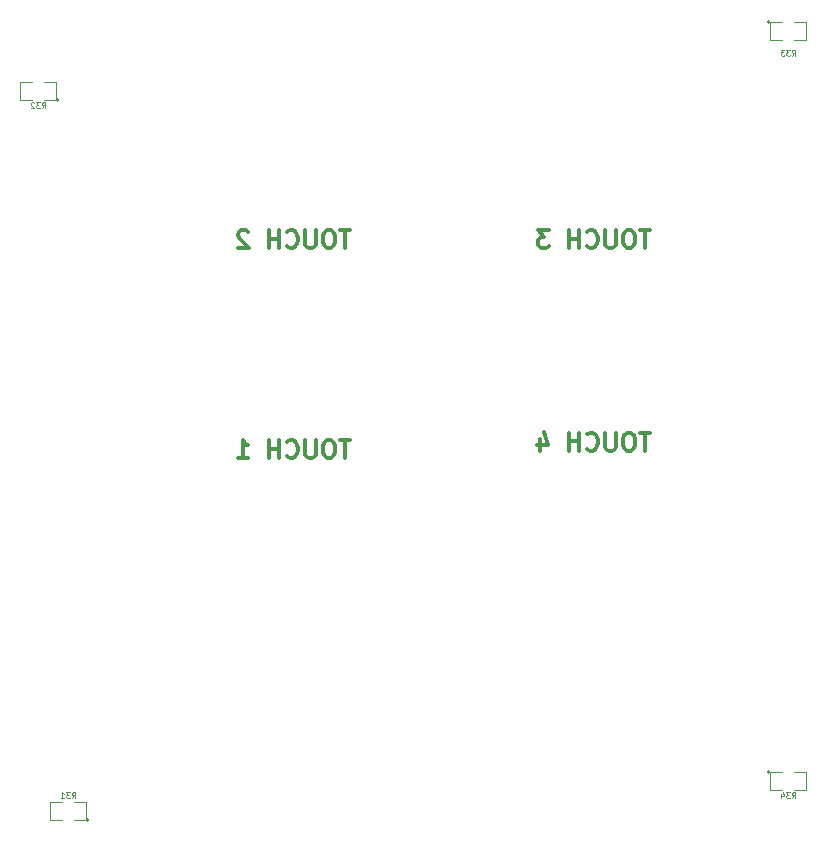
<source format=gbo>
G04 (created by PCBNEW (2013-07-07 BZR 4022)-stable) date 10/4/2015 12:30:07 PM*
%MOIN*%
G04 Gerber Fmt 3.4, Leading zero omitted, Abs format*
%FSLAX34Y34*%
G01*
G70*
G90*
G04 APERTURE LIST*
%ADD10C,0.00590551*%
%ADD11C,0.011811*%
%ADD12C,0.0039*%
%ADD13C,0.0043*%
%ADD14O,0.0629921X0.0354331*%
%ADD15R,0.06X0.06*%
%ADD16C,0.06*%
%ADD17R,0.055X0.055*%
%ADD18C,0.055*%
%ADD19R,0.035X0.055*%
%ADD20C,0.2*%
G04 APERTURE END LIST*
G54D10*
G54D11*
X85398Y-70398D02*
X85060Y-70398D01*
X85229Y-70989D02*
X85229Y-70398D01*
X84751Y-70398D02*
X84638Y-70398D01*
X84582Y-70426D01*
X84526Y-70482D01*
X84498Y-70595D01*
X84498Y-70792D01*
X84526Y-70904D01*
X84582Y-70960D01*
X84638Y-70989D01*
X84751Y-70989D01*
X84807Y-70960D01*
X84863Y-70904D01*
X84892Y-70792D01*
X84892Y-70595D01*
X84863Y-70482D01*
X84807Y-70426D01*
X84751Y-70398D01*
X84245Y-70398D02*
X84245Y-70876D01*
X84217Y-70932D01*
X84188Y-70960D01*
X84132Y-70989D01*
X84020Y-70989D01*
X83964Y-70960D01*
X83935Y-70932D01*
X83907Y-70876D01*
X83907Y-70398D01*
X83289Y-70932D02*
X83317Y-70960D01*
X83401Y-70989D01*
X83457Y-70989D01*
X83542Y-70960D01*
X83598Y-70904D01*
X83626Y-70848D01*
X83654Y-70735D01*
X83654Y-70651D01*
X83626Y-70539D01*
X83598Y-70482D01*
X83542Y-70426D01*
X83457Y-70398D01*
X83401Y-70398D01*
X83317Y-70426D01*
X83289Y-70454D01*
X83035Y-70989D02*
X83035Y-70398D01*
X83035Y-70679D02*
X82698Y-70679D01*
X82698Y-70989D02*
X82698Y-70398D01*
X81714Y-70595D02*
X81714Y-70989D01*
X81854Y-70370D02*
X81995Y-70792D01*
X81629Y-70792D01*
X85398Y-63648D02*
X85060Y-63648D01*
X85229Y-64239D02*
X85229Y-63648D01*
X84751Y-63648D02*
X84638Y-63648D01*
X84582Y-63676D01*
X84526Y-63732D01*
X84498Y-63845D01*
X84498Y-64042D01*
X84526Y-64154D01*
X84582Y-64210D01*
X84638Y-64239D01*
X84751Y-64239D01*
X84807Y-64210D01*
X84863Y-64154D01*
X84892Y-64042D01*
X84892Y-63845D01*
X84863Y-63732D01*
X84807Y-63676D01*
X84751Y-63648D01*
X84245Y-63648D02*
X84245Y-64126D01*
X84217Y-64182D01*
X84188Y-64210D01*
X84132Y-64239D01*
X84020Y-64239D01*
X83964Y-64210D01*
X83935Y-64182D01*
X83907Y-64126D01*
X83907Y-63648D01*
X83289Y-64182D02*
X83317Y-64210D01*
X83401Y-64239D01*
X83457Y-64239D01*
X83542Y-64210D01*
X83598Y-64154D01*
X83626Y-64098D01*
X83654Y-63985D01*
X83654Y-63901D01*
X83626Y-63789D01*
X83598Y-63732D01*
X83542Y-63676D01*
X83457Y-63648D01*
X83401Y-63648D01*
X83317Y-63676D01*
X83289Y-63704D01*
X83035Y-64239D02*
X83035Y-63648D01*
X83035Y-63929D02*
X82698Y-63929D01*
X82698Y-64239D02*
X82698Y-63648D01*
X82023Y-63648D02*
X81658Y-63648D01*
X81854Y-63873D01*
X81770Y-63873D01*
X81714Y-63901D01*
X81686Y-63929D01*
X81658Y-63985D01*
X81658Y-64126D01*
X81686Y-64182D01*
X81714Y-64210D01*
X81770Y-64239D01*
X81939Y-64239D01*
X81995Y-64210D01*
X82023Y-64182D01*
X75398Y-63648D02*
X75060Y-63648D01*
X75229Y-64239D02*
X75229Y-63648D01*
X74751Y-63648D02*
X74638Y-63648D01*
X74582Y-63676D01*
X74526Y-63732D01*
X74498Y-63845D01*
X74498Y-64042D01*
X74526Y-64154D01*
X74582Y-64210D01*
X74638Y-64239D01*
X74751Y-64239D01*
X74807Y-64210D01*
X74863Y-64154D01*
X74892Y-64042D01*
X74892Y-63845D01*
X74863Y-63732D01*
X74807Y-63676D01*
X74751Y-63648D01*
X74245Y-63648D02*
X74245Y-64126D01*
X74217Y-64182D01*
X74188Y-64210D01*
X74132Y-64239D01*
X74020Y-64239D01*
X73964Y-64210D01*
X73935Y-64182D01*
X73907Y-64126D01*
X73907Y-63648D01*
X73289Y-64182D02*
X73317Y-64210D01*
X73401Y-64239D01*
X73457Y-64239D01*
X73542Y-64210D01*
X73598Y-64154D01*
X73626Y-64098D01*
X73654Y-63985D01*
X73654Y-63901D01*
X73626Y-63789D01*
X73598Y-63732D01*
X73542Y-63676D01*
X73457Y-63648D01*
X73401Y-63648D01*
X73317Y-63676D01*
X73289Y-63704D01*
X73035Y-64239D02*
X73035Y-63648D01*
X73035Y-63929D02*
X72698Y-63929D01*
X72698Y-64239D02*
X72698Y-63648D01*
X71995Y-63704D02*
X71967Y-63676D01*
X71911Y-63648D01*
X71770Y-63648D01*
X71714Y-63676D01*
X71686Y-63704D01*
X71658Y-63760D01*
X71658Y-63817D01*
X71686Y-63901D01*
X72023Y-64239D01*
X71658Y-64239D01*
X75398Y-70648D02*
X75060Y-70648D01*
X75229Y-71239D02*
X75229Y-70648D01*
X74751Y-70648D02*
X74638Y-70648D01*
X74582Y-70676D01*
X74526Y-70732D01*
X74498Y-70845D01*
X74498Y-71042D01*
X74526Y-71154D01*
X74582Y-71210D01*
X74638Y-71239D01*
X74751Y-71239D01*
X74807Y-71210D01*
X74863Y-71154D01*
X74892Y-71042D01*
X74892Y-70845D01*
X74863Y-70732D01*
X74807Y-70676D01*
X74751Y-70648D01*
X74245Y-70648D02*
X74245Y-71126D01*
X74217Y-71182D01*
X74188Y-71210D01*
X74132Y-71239D01*
X74020Y-71239D01*
X73964Y-71210D01*
X73935Y-71182D01*
X73907Y-71126D01*
X73907Y-70648D01*
X73289Y-71182D02*
X73317Y-71210D01*
X73401Y-71239D01*
X73457Y-71239D01*
X73542Y-71210D01*
X73598Y-71154D01*
X73626Y-71098D01*
X73654Y-70985D01*
X73654Y-70901D01*
X73626Y-70789D01*
X73598Y-70732D01*
X73542Y-70676D01*
X73457Y-70648D01*
X73401Y-70648D01*
X73317Y-70676D01*
X73289Y-70704D01*
X73035Y-71239D02*
X73035Y-70648D01*
X73035Y-70929D02*
X72698Y-70929D01*
X72698Y-71239D02*
X72698Y-70648D01*
X71658Y-71239D02*
X71995Y-71239D01*
X71826Y-71239D02*
X71826Y-70648D01*
X71883Y-70732D01*
X71939Y-70789D01*
X71995Y-70817D01*
G54D12*
X89400Y-56700D02*
G75*
G03X89400Y-56700I-50J0D01*
G74*
G01*
X89800Y-56700D02*
X89400Y-56700D01*
X89400Y-56700D02*
X89400Y-57300D01*
X89400Y-57300D02*
X89800Y-57300D01*
X90200Y-57300D02*
X90600Y-57300D01*
X90600Y-57300D02*
X90600Y-56700D01*
X90600Y-56700D02*
X90200Y-56700D01*
X65700Y-59300D02*
G75*
G03X65700Y-59300I-50J0D01*
G74*
G01*
X65200Y-59300D02*
X65600Y-59300D01*
X65600Y-59300D02*
X65600Y-58700D01*
X65600Y-58700D02*
X65200Y-58700D01*
X64800Y-58700D02*
X64400Y-58700D01*
X64400Y-58700D02*
X64400Y-59300D01*
X64400Y-59300D02*
X64800Y-59300D01*
X66700Y-83300D02*
G75*
G03X66700Y-83300I-50J0D01*
G74*
G01*
X66200Y-83300D02*
X66600Y-83300D01*
X66600Y-83300D02*
X66600Y-82700D01*
X66600Y-82700D02*
X66200Y-82700D01*
X65800Y-82700D02*
X65400Y-82700D01*
X65400Y-82700D02*
X65400Y-83300D01*
X65400Y-83300D02*
X65800Y-83300D01*
X89400Y-81700D02*
G75*
G03X89400Y-81700I-50J0D01*
G74*
G01*
X89800Y-81700D02*
X89400Y-81700D01*
X89400Y-81700D02*
X89400Y-82300D01*
X89400Y-82300D02*
X89800Y-82300D01*
X90200Y-82300D02*
X90600Y-82300D01*
X90600Y-82300D02*
X90600Y-81700D01*
X90600Y-81700D02*
X90200Y-81700D01*
G54D13*
X90126Y-57829D02*
X90192Y-57735D01*
X90239Y-57829D02*
X90239Y-57632D01*
X90164Y-57632D01*
X90145Y-57642D01*
X90136Y-57651D01*
X90126Y-57670D01*
X90126Y-57698D01*
X90136Y-57717D01*
X90145Y-57726D01*
X90164Y-57735D01*
X90239Y-57735D01*
X90060Y-57632D02*
X89939Y-57632D01*
X90004Y-57707D01*
X89976Y-57707D01*
X89957Y-57717D01*
X89948Y-57726D01*
X89939Y-57745D01*
X89939Y-57792D01*
X89948Y-57810D01*
X89957Y-57820D01*
X89976Y-57829D01*
X90032Y-57829D01*
X90051Y-57820D01*
X90060Y-57810D01*
X89873Y-57632D02*
X89751Y-57632D01*
X89817Y-57707D01*
X89788Y-57707D01*
X89770Y-57717D01*
X89760Y-57726D01*
X89751Y-57745D01*
X89751Y-57792D01*
X89760Y-57810D01*
X89770Y-57820D01*
X89788Y-57829D01*
X89845Y-57829D01*
X89863Y-57820D01*
X89873Y-57810D01*
X65126Y-59579D02*
X65192Y-59485D01*
X65239Y-59579D02*
X65239Y-59382D01*
X65164Y-59382D01*
X65145Y-59392D01*
X65136Y-59401D01*
X65126Y-59420D01*
X65126Y-59448D01*
X65136Y-59467D01*
X65145Y-59476D01*
X65164Y-59485D01*
X65239Y-59485D01*
X65060Y-59382D02*
X64939Y-59382D01*
X65004Y-59457D01*
X64976Y-59457D01*
X64957Y-59467D01*
X64948Y-59476D01*
X64939Y-59495D01*
X64939Y-59542D01*
X64948Y-59560D01*
X64957Y-59570D01*
X64976Y-59579D01*
X65032Y-59579D01*
X65051Y-59570D01*
X65060Y-59560D01*
X64863Y-59401D02*
X64854Y-59392D01*
X64835Y-59382D01*
X64788Y-59382D01*
X64770Y-59392D01*
X64760Y-59401D01*
X64751Y-59420D01*
X64751Y-59439D01*
X64760Y-59467D01*
X64873Y-59579D01*
X64751Y-59579D01*
X66126Y-82579D02*
X66192Y-82485D01*
X66239Y-82579D02*
X66239Y-82382D01*
X66164Y-82382D01*
X66145Y-82392D01*
X66136Y-82401D01*
X66126Y-82420D01*
X66126Y-82448D01*
X66136Y-82467D01*
X66145Y-82476D01*
X66164Y-82485D01*
X66239Y-82485D01*
X66060Y-82382D02*
X65939Y-82382D01*
X66004Y-82457D01*
X65976Y-82457D01*
X65957Y-82467D01*
X65948Y-82476D01*
X65939Y-82495D01*
X65939Y-82542D01*
X65948Y-82560D01*
X65957Y-82570D01*
X65976Y-82579D01*
X66032Y-82579D01*
X66051Y-82570D01*
X66060Y-82560D01*
X65751Y-82579D02*
X65863Y-82579D01*
X65807Y-82579D02*
X65807Y-82382D01*
X65826Y-82410D01*
X65845Y-82429D01*
X65863Y-82439D01*
X90126Y-82579D02*
X90192Y-82485D01*
X90239Y-82579D02*
X90239Y-82382D01*
X90164Y-82382D01*
X90145Y-82392D01*
X90136Y-82401D01*
X90126Y-82420D01*
X90126Y-82448D01*
X90136Y-82467D01*
X90145Y-82476D01*
X90164Y-82485D01*
X90239Y-82485D01*
X90060Y-82382D02*
X89939Y-82382D01*
X90004Y-82457D01*
X89976Y-82457D01*
X89957Y-82467D01*
X89948Y-82476D01*
X89939Y-82495D01*
X89939Y-82542D01*
X89948Y-82560D01*
X89957Y-82570D01*
X89976Y-82579D01*
X90032Y-82579D01*
X90051Y-82570D01*
X90060Y-82560D01*
X89770Y-82448D02*
X89770Y-82579D01*
X89817Y-82373D02*
X89863Y-82514D01*
X89742Y-82514D01*
%LPC*%
G54D14*
X62600Y-80299D03*
X62600Y-77700D03*
G54D15*
X83750Y-77800D03*
G54D16*
X84750Y-77800D03*
X83750Y-78800D03*
X84750Y-78800D03*
X83750Y-79800D03*
X84750Y-79800D03*
G54D17*
X63000Y-73300D03*
G54D18*
X63000Y-74300D03*
G54D17*
X76000Y-84000D03*
X79800Y-84000D03*
X81600Y-84000D03*
X93000Y-80400D03*
G54D19*
X89625Y-57000D03*
X90375Y-57000D03*
X65375Y-59000D03*
X64625Y-59000D03*
X66375Y-83000D03*
X65625Y-83000D03*
X89625Y-82000D03*
X90375Y-82000D03*
G54D20*
X64000Y-56000D03*
X92000Y-56000D03*
X92000Y-84000D03*
X64000Y-84000D03*
M02*

</source>
